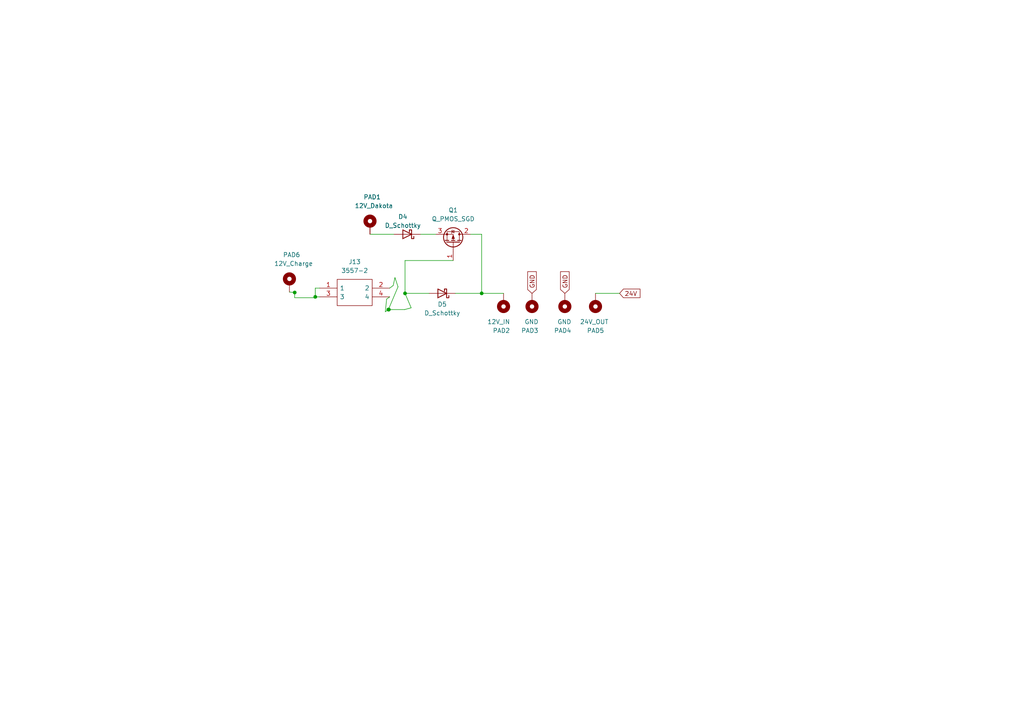
<source format=kicad_sch>
(kicad_sch (version 20211123) (generator eeschema)
  (paper "A4")
  (lib_symbols
    (symbol "Device:D_Schottky" (pin_numbers hide) (pin_names (offset 1.016) hide)
      (property "Reference" "D" (at 0 2.54 0))
      (property "Value" "D_Schottky" (at 0 -2.54 0))
      (symbol "D_Schottky_0_1"
        (polyline (pts (xy 1.27 0) (xy -1.27 0)))
        (polyline (pts (xy 1.27 1.27) (xy 1.27 -1.27) (xy -1.27 0) (xy 1.27 1.27)) (stroke (width 0.254)))
        (polyline (pts (xy -1.905 0.635) (xy -1.905 1.27) (xy -1.27 1.27) (xy -1.27 -1.27) (xy -0.635 -1.27) (xy -0.635 -0.635)) (stroke (width 0.254)))
      )
      (symbol "D_Schottky_1_1"
        (pin passive line (at -3.81 0 0) (length 2.54) (name "K") (number "1"))
        (pin passive line (at 3.81 0 180) (length 2.54) (name "A") (number "2"))
      )
    )
    (symbol "Device:Q_PMOS_GDS" (pin_names (offset 0) hide)
      (property "Reference" "Q" (at 5.08 1.27 0))
      (property "Value" "Q_PMOS_GDS" (at 5.08 -1.27 0))
      (symbol "Q_PMOS_GDS_0_1"
        (polyline (pts (xy 0.254 0) (xy -2.54 0)))
        (polyline (pts (xy 0.254 1.905) (xy 0.254 -1.905)) (stroke (width 0.254)))
        (polyline (pts (xy 0.762 -1.27) (xy 0.762 -2.286)) (stroke (width 0.254)))
        (polyline (pts (xy 0.762 0.508) (xy 0.762 -0.508)) (stroke (width 0.254)))
        (polyline (pts (xy 0.762 2.286) (xy 0.762 1.27)) (stroke (width 0.254)))
        (polyline (pts (xy 2.54 2.54) (xy 2.54 1.778)))
        (polyline (pts (xy 2.54 -2.54) (xy 2.54 0) (xy 0.762 0)))
        (polyline (pts (xy 0.762 1.778) (xy 3.302 1.778) (xy 3.302 -1.778) (xy 0.762 -1.778)))
        (polyline (pts (xy 2.286 0) (xy 1.27 0.381) (xy 1.27 -0.381) (xy 2.286 0)) (fill (type outline)))
        (polyline (pts (xy 2.794 -0.508) (xy 2.921 -0.381) (xy 3.683 -0.381) (xy 3.81 -0.254)))
        (polyline (pts (xy 3.302 -0.381) (xy 2.921 0.254) (xy 3.683 0.254) (xy 3.302 -0.381)))
        (circle (center 1.651 0) (radius 2.794) (stroke (width 0.254)))
        (circle (center 2.54 -1.778) (radius 0.254) (fill (type outline)))
        (circle (center 2.54 1.778) (radius 0.254) (fill (type outline)))
      )
      (symbol "Q_PMOS_GDS_1_1"
        (pin input line (at -5.08 0 0) (length 2.54) (name "G") (number "1"))
        (pin passive line (at 2.54 5.08 270) (length 2.54) (name "D") (number "2"))
        (pin passive line (at 2.54 -5.08 90) (length 2.54) (name "S") (number "3"))
      )
    )
    (symbol "Mechanical:MountingHole_Pad" (pin_numbers hide) (pin_names (offset 1.016) hide)
      (property "Reference" "H" (at 0 6.35 0))
      (property "Value" "MountingHole_Pad" (at 0 4.445 0))
      (symbol "MountingHole_Pad_0_1"
        (circle (center 0 1.27) (radius 1.27) (stroke (width 1.27)))
      )
      (symbol "MountingHole_Pad_1_1"
        (pin input line (at 0 -2.54 90) (length 2.54) (name "1") (number "1"))
      )
    )
    (symbol "SamacSys_Parts:3557-2" (pin_names (offset 0.762))
      (property "Reference" "J" (at 16.51 7.62 0))
      (property "Value" "3557-2" (at 16.51 5.08 0))
      (symbol "3557-2_0_0"
        (pin passive line (at 0 0 0) (length 5.08) (name "1") (number "1"))
        (pin passive line (at 20.32 0 180) (length 5.08) (name "2") (number "2"))
        (pin passive line (at 0 -2.54 0) (length 5.08) (name "3") (number "3"))
        (pin passive line (at 20.32 -2.54 180) (length 5.08) (name "4") (number "4"))
      )
      (symbol "3557-2_0_1"
        (polyline (pts (xy 5.08 2.54) (xy 15.24 2.54) (xy 15.24 -5.08) (xy 5.08 -5.08) (xy 5.08 2.54)) (stroke (width 0.1524)))
      )
    )
  )
  (junction (at 139.7 85.09))
  (junction (at 112.776 89.789))
  (junction (at 85.471 84.836))
  (junction (at 112.649 89.789))
  (junction (at 91.44 86.106))
  (junction (at 117.475 85.09))
  (wire (pts (xy 139.7 85.09) (xy 146.05 85.09)))
  (wire (pts (xy 107.315 67.945) (xy 114.3 67.945)))
  (wire (pts (xy 111.76 90.424) (xy 112.141 86.741)))
  (wire (pts (xy 91.44 86.106) (xy 91.44 86.36)))
  (wire (pts (xy 117.475 75.565) (xy 117.475 85.09)))
  (wire (pts (xy 91.44 83.566) (xy 91.44 86.106)))
  (wire (pts (xy 112.776 89.789) (xy 117.348 89.789)))
  (wire (pts (xy 117.348 89.789) (xy 119.253 89.281)))
  (wire (pts (xy 121.92 67.945) (xy 126.365 67.945)))
  (wire (pts (xy 91.44 83.566) (xy 92.71 83.566)))
  (wire (pts (xy 112.141 86.741) (xy 113.03 86.106)))
  (wire (pts (xy 131.445 75.565) (xy 117.475 75.565)))
  (wire (pts (xy 119.253 89.281) (xy 117.475 85.09)))
  (wire (pts (xy 139.7 67.945) (xy 139.7 85.09)))
  (wire (pts (xy 114.554 80.518) (xy 114.046 82.804)))
  (wire (pts (xy 172.72 85.09) (xy 179.705 85.09)))
  (wire (pts (xy 114.046 82.804) (xy 113.03 83.566)))
  (wire (pts (xy 115.443 83.185) (xy 112.649 89.789)))
  (wire (pts (xy 91.44 86.36) (xy 85.471 86.36)))
  (wire (pts (xy 85.471 84.836) (xy 85.471 86.36)))
  (wire (pts (xy 117.475 85.09) (xy 124.46 85.09)))
  (wire (pts (xy 136.525 67.945) (xy 139.7 67.945)))
  (wire (pts (xy 115.443 83.185) (xy 114.554 80.518)))
  (wire (pts (xy 111.76 90.424) (xy 112.649 89.789)))
  (wire (pts (xy 83.947 84.709) (xy 85.471 84.836)))
  (wire (pts (xy 132.08 85.09) (xy 139.7 85.09)))
  (wire (pts (xy 91.44 86.106) (xy 92.71 86.106)))
  (wire (pts (xy 85.471 84.455) (xy 85.471 84.836)))
  (global_label "GND" (shape input) (at 163.83 85.09 90) (property "Intersheet References" "${INTERSHEET_REFS}" (effects hide)))
  (global_label "24V" (shape input) (at 179.705 85.09 0) (property "Intersheet References" "${INTERSHEET_REFS}" (effects hide)))
  (global_label "GND" (shape input) (at 154.305 85.09 90) (property "Intersheet References" "${INTERSHEET_REFS}" (effects hide)))
  (symbol (lib_id "Mechanical:MountingHole_Pad") (at 107.315 65.405 0) (unit 1)
    (property "Reference" "PAD1" (at 105.41 57.15 0) (effects (justify left)))
    (property "Value" "12V_Dakota" (at 102.87 59.69 0) (effects (justify left)))
    (property "Footprint" "TestPoint:TestPoint_Pad_4.0x4.0mm" (effects hide))
  )
  (symbol (lib_id "Device:Q_PMOS_GDS") (at 131.445 70.485 270) (mirror x) (unit 1)
    (property "Reference" "Q1" (at 131.445 60.96 90))
    (property "Value" "Q_PMOS_SGD" (at 131.445 63.5 90))
    (property "Footprint" "SamacSys_Parts:BTS3035TFATMA1" (effects hide))
    (property "Datasheet" "https://www.mouser.com/ProductDetail/Infineon-Technologies/IPD650P06NMATMA1?qs=unwgFEO1A6vz3T2Vr47kIg%3D%3D" (effects hide))
  )
  (symbol (lib_id "SamacSys_Parts:3557-2") (at 92.71 83.566 0) (unit 1)
    (property "Reference" "J13" (at 102.87 75.946 0))
    (property "Value" "3557-2" (at 102.87 78.486 0))
    (property "Footprint" "SamacSys_Parts:3557-2" (effects hide))
    (property "Datasheet" "http://www.keyelco.com/product-pdf.cfm?p=296" (effects hide))
    (property "Description" "THM 2 in 1 Auto Blade Holder P/N 3557-2" (effects hide))
    (property "Manufacturer_Name" "Keystone Electronics" (effects hide))
    (property "Manufacturer_Part_Number" "3557-2" (effects hide))
    (property "Mouser Part Number" "534-3557-2" (effects hide))
    (property "Mouser Price/Stock" "https://www.mouser.co.uk/ProductDetail/Keystone-Electronics/3557-2?qs=cxy41lVAGV%2FfbyASjpXK1g%3D%3D" (effects hide))
    (property "Arrow Part Number" "3557-2" (effects hide))
    (property "Arrow Price/Stock" "https://www.arrow.com/en/products/3557-2/keystone-electronics?region=europe" (effects hide))
  )
  (symbol (lib_id "Mechanical:MountingHole_Pad") (at 163.83 87.63 180) (unit 1)
    (property "Reference" "PAD4" (at 165.735 95.885 0) (effects (justify left)))
    (property "Value" "GND" (at 165.735 93.345 0) (effects (justify left)))
    (property "Footprint" "TestPoint:TestPoint_Pad_4.0x4.0mm" (effects hide))
  )
  (symbol (lib_id "Mechanical:MountingHole_Pad") (at 154.305 87.63 180) (unit 1)
    (property "Reference" "PAD3" (at 156.21 95.885 0) (effects (justify left)))
    (property "Value" "GND" (at 156.21 93.345 0) (effects (justify left)))
    (property "Footprint" "TestPoint:TestPoint_Pad_4.0x4.0mm" (effects hide))
  )
  (symbol (lib_id "Mechanical:MountingHole_Pad") (at 83.947 82.169 0) (unit 1)
    (property "Reference" "PAD6" (at 82.042 73.914 0) (effects (justify left)))
    (property "Value" "12V_Charge" (at 79.502 76.454 0) (effects (justify left)))
    (property "Footprint" "TestPoint:TestPoint_Pad_4.0x4.0mm" (effects hide))
  )
  (symbol (lib_id "Mechanical:MountingHole_Pad") (at 146.05 87.63 180) (unit 1)
    (property "Reference" "PAD2" (at 147.955 95.885 0) (effects (justify left)))
    (property "Value" "12V_IN" (at 147.955 93.345 0) (effects (justify left)))
    (property "Footprint" "TestPoint:TestPoint_Pad_4.0x4.0mm" (effects hide))
  )
  (symbol (lib_id "Mechanical:MountingHole_Pad") (at 172.72 87.63 180) (unit 1)
    (property "Reference" "PAD5" (at 175.26 95.885 0) (effects (justify left)))
    (property "Value" "24V_OUT" (at 176.53 93.345 0) (effects (justify left)))
    (property "Footprint" "TestPoint:TestPoint_Pad_4.0x4.0mm" (effects hide))
  )
  (symbol (lib_id "Device:D_Schottky") (at 128.27 85.09 180) (unit 1)
    (property "Reference" "D5" (at 128.27 88.265 0))
    (property "Value" "D_Schottky" (at 128.27 90.805 0))
  )
  (symbol (lib_id "Device:D_Schottky") (at 118.11 67.945 180) (unit 1)
    (property "Reference" "D4" (at 116.84 62.865 0))
    (property "Value" "D_Schottky" (at 116.84 65.405 0))
  )
)
</source>
